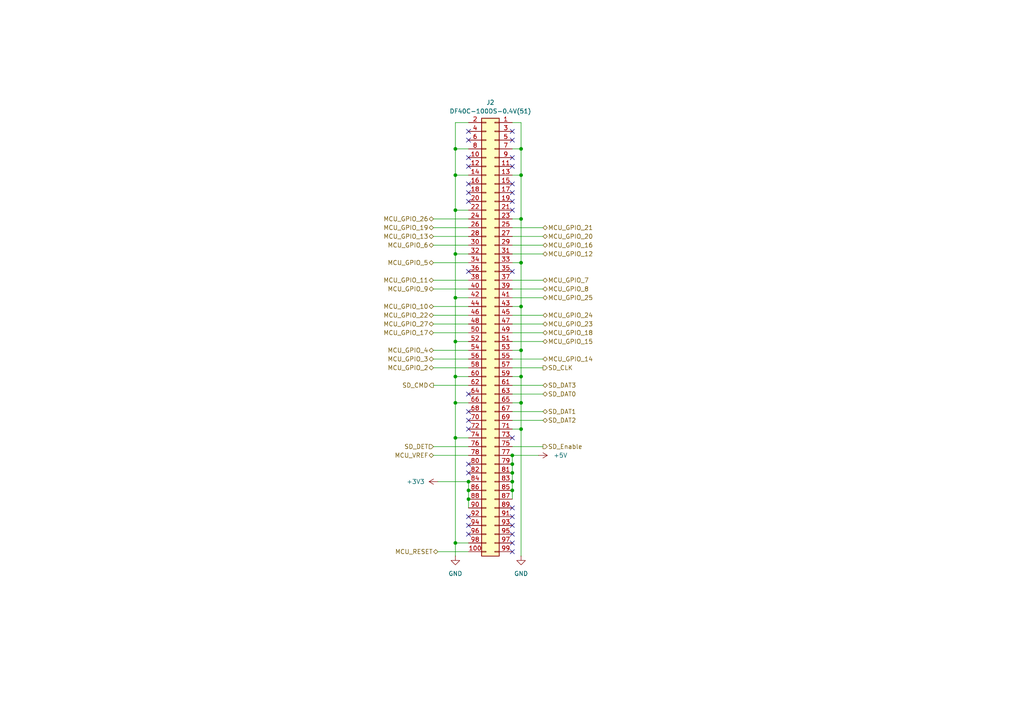
<source format=kicad_sch>
(kicad_sch (version 20231120) (generator "eeschema") (generator_version "8.0")
  (paper "A4")
  (lib_symbols
    (symbol "2x50_generic_connector:2x50_Odd-Even"
      (property "Reference" "J" (at -0.254 1.524 0))
      (symbol "2x50_Odd-Even_1_1"
        (rectangle (start -2.54 -128.143) (end -1.27 -128.397) (stroke (width 0.1524)))
        (rectangle (start -2.54 -125.603) (end -1.27 -125.857) (stroke (width 0.1524)))
        (rectangle (start -2.54 -123.063) (end -1.27 -123.317) (stroke (width 0.1524)))
        (rectangle (start -2.54 -120.523) (end -1.27 -120.777) (stroke (width 0.1524)))
        (rectangle (start -2.54 -117.983) (end -1.27 -118.237) (stroke (width 0.1524)))
        (rectangle (start -2.54 -115.443) (end -1.27 -115.697) (stroke (width 0.1524)))
        (rectangle (start -2.54 -112.903) (end -1.27 -113.157) (stroke (width 0.1524)))
        (rectangle (start -2.54 -110.363) (end -1.27 -110.617) (stroke (width 0.1524)))
        (rectangle (start -2.54 -107.823) (end -1.27 -108.077) (stroke (width 0.1524)))
        (rectangle (start -2.54 -105.283) (end -1.27 -105.537) (stroke (width 0.1524)))
        (rectangle (start -2.54 -102.743) (end -1.27 -102.997) (stroke (width 0.1524)))
        (rectangle (start -2.54 -100.203) (end -1.27 -100.457) (stroke (width 0.1524)))
        (rectangle (start -2.54 -97.663) (end -1.27 -97.917) (stroke (width 0.1524)))
        (rectangle (start -2.54 -95.123) (end -1.27 -95.377) (stroke (width 0.1524)))
        (rectangle (start -2.54 -92.583) (end -1.27 -92.837) (stroke (width 0.1524)))
        (rectangle (start -2.54 -90.043) (end -1.27 -90.297) (stroke (width 0.1524)))
        (rectangle (start -2.54 -87.503) (end -1.27 -87.757) (stroke (width 0.1524)))
        (rectangle (start -2.54 -84.963) (end -1.27 -85.217) (stroke (width 0.1524)))
        (rectangle (start -2.54 -82.423) (end -1.27 -82.677) (stroke (width 0.1524)))
        (rectangle (start -2.54 -79.883) (end -1.27 -80.137) (stroke (width 0.1524)))
        (rectangle (start -2.54 -77.343) (end -1.27 -77.597) (stroke (width 0.1524)))
        (rectangle (start -2.54 -74.803) (end -1.27 -75.057) (stroke (width 0.1524)))
        (rectangle (start -2.54 -72.263) (end -1.27 -72.517) (stroke (width 0.1524)))
        (rectangle (start -2.54 -69.723) (end -1.27 -69.977) (stroke (width 0.1524)))
        (rectangle (start -2.54 -67.183) (end -1.27 -67.437) (stroke (width 0.1524)))
        (rectangle (start -2.54 -64.643) (end -1.27 -64.897) (stroke (width 0.1524)))
        (rectangle (start -2.54 -62.103) (end -1.27 -62.357) (stroke (width 0.1524)))
        (rectangle (start -2.54 -59.563) (end -1.27 -59.817) (stroke (width 0.1524)))
        (rectangle (start -2.54 -57.023) (end -1.27 -57.277) (stroke (width 0.1524)))
        (rectangle (start -2.54 -54.483) (end -1.27 -54.737) (stroke (width 0.1524)))
        (rectangle (start -2.54 -51.943) (end -1.27 -52.197) (stroke (width 0.1524)))
        (rectangle (start -2.54 -49.403) (end -1.27 -49.657) (stroke (width 0.1524)))
        (rectangle (start -2.54 -46.863) (end -1.27 -47.117) (stroke (width 0.1524)))
        (rectangle (start -2.54 -44.323) (end -1.27 -44.577) (stroke (width 0.1524)))
        (rectangle (start -2.54 -41.783) (end -1.27 -42.037) (stroke (width 0.1524)))
        (rectangle (start -2.54 -39.243) (end -1.27 -39.497) (stroke (width 0.1524)))
        (rectangle (start -2.54 -36.703) (end -1.27 -36.957) (stroke (width 0.1524)))
        (rectangle (start -2.54 -34.163) (end -1.27 -34.417) (stroke (width 0.1524)))
        (rectangle (start -2.54 -31.623) (end -1.27 -31.877) (stroke (width 0.1524)))
        (rectangle (start -2.54 -29.083) (end -1.27 -29.337) (stroke (width 0.1524)))
        (rectangle (start -2.54 -26.543) (end -1.27 -26.797) (stroke (width 0.1524)))
        (rectangle (start -2.54 -24.003) (end -1.27 -24.257) (stroke (width 0.1524)))
        (rectangle (start -2.54 -21.463) (end -1.27 -21.717) (stroke (width 0.1524)))
        (rectangle (start -2.54 -18.923) (end -1.27 -19.177) (stroke (width 0.1524)))
        (rectangle (start -2.54 -16.383) (end -1.27 -16.637) (stroke (width 0.1524)))
        (rectangle (start -2.54 -13.843) (end -1.27 -14.097) (stroke (width 0.1524)))
        (rectangle (start -2.54 -11.303) (end -1.27 -11.557) (stroke (width 0.1524)))
        (rectangle (start -2.54 -8.763) (end -1.27 -9.017) (stroke (width 0.1524)))
        (rectangle (start -2.54 -6.223) (end -1.27 -6.477) (stroke (width 0.1524)))
        (rectangle (start -2.54 -3.683) (end -1.27 -3.937) (stroke (width 0.1524)))
        (rectangle (start -2.54 -2.54) (end 2.54 -129.54) (stroke (width 0.254)) (fill (type background)))
        (rectangle (start 2.54 -128.143) (end 1.27 -128.397) (stroke (width 0.1524)))
        (rectangle (start 2.54 -125.603) (end 1.27 -125.857) (stroke (width 0.1524)))
        (rectangle (start 2.54 -123.063) (end 1.27 -123.317) (stroke (width 0.1524)))
        (rectangle (start 2.54 -120.523) (end 1.27 -120.777) (stroke (width 0.1524)))
        (rectangle (start 2.54 -117.983) (end 1.27 -118.237) (stroke (width 0.1524)))
        (rectangle (start 2.54 -115.443) (end 1.27 -115.697) (stroke (width 0.1524)))
        (rectangle (start 2.54 -112.903) (end 1.27 -113.157) (stroke (width 0.1524)))
        (rectangle (start 2.54 -110.363) (end 1.27 -110.617) (stroke (width 0.1524)))
        (rectangle (start 2.54 -107.823) (end 1.27 -108.077) (stroke (width 0.1524)))
        (rectangle (start 2.54 -105.283) (end 1.27 -105.537) (stroke (width 0.1524)))
        (rectangle (start 2.54 -102.743) (end 1.27 -102.997) (stroke (width 0.1524)))
        (rectangle (start 2.54 -100.203) (end 1.27 -100.457) (stroke (width 0.1524)))
        (rectangle (start 2.54 -97.663) (end 1.27 -97.917) (stroke (width 0.1524)))
        (rectangle (start 2.54 -95.123) (end 1.27 -95.377) (stroke (width 0.1524)))
        (rectangle (start 2.54 -92.583) (end 1.27 -92.837) (stroke (width 0.1524)))
        (rectangle (start 2.54 -90.043) (end 1.27 -90.297) (stroke (width 0.1524)))
        (rectangle (start 2.54 -87.503) (end 1.27 -87.757) (stroke (width 0.1524)))
        (rectangle (start 2.54 -84.963) (end 1.27 -85.217) (stroke (width 0.1524)))
        (rectangle (start 2.54 -82.423) (end 1.27 -82.677) (stroke (width 0.1524)))
        (rectangle (start 2.54 -79.883) (end 1.27 -80.137) (stroke (width 0.1524)))
        (rectangle (start 2.54 -77.343) (end 1.27 -77.597) (stroke (width 0.1524)))
        (rectangle (start 2.54 -74.803) (end 1.27 -75.057) (stroke (width 0.1524)))
        (rectangle (start 2.54 -72.263) (end 1.27 -72.517) (stroke (width 0.1524)))
        (rectangle (start 2.54 -69.723) (end 1.27 -69.977) (stroke (width 0.1524)))
        (rectangle (start 2.54 -67.183) (end 1.27 -67.437) (stroke (width 0.1524)))
        (rectangle (start 2.54 -64.643) (end 1.27 -64.897) (stroke (width 0.1524)))
        (rectangle (start 2.54 -62.103) (end 1.27 -62.357) (stroke (width 0.1524)))
        (rectangle (start 2.54 -59.563) (end 1.27 -59.817) (stroke (width 0.1524)))
        (rectangle (start 2.54 -57.023) (end 1.27 -57.277) (stroke (width 0.1524)))
        (rectangle (start 2.54 -54.483) (end 1.27 -54.737) (stroke (width 0.1524)))
        (rectangle (start 2.54 -51.943) (end 1.27 -52.197) (stroke (width 0.1524)))
        (rectangle (start 2.54 -49.403) (end 1.27 -49.657) (stroke (width 0.1524)))
        (rectangle (start 2.54 -46.863) (end 1.27 -47.117) (stroke (width 0.1524)))
        (rectangle (start 2.54 -44.323) (end 1.27 -44.577) (stroke (width 0.1524)))
        (rectangle (start 2.54 -41.783) (end 1.27 -42.037) (stroke (width 0.1524)))
        (rectangle (start 2.54 -39.243) (end 1.27 -39.497) (stroke (width 0.1524)))
        (rectangle (start 2.54 -36.703) (end 1.27 -36.957) (stroke (width 0.1524)))
        (rectangle (start 2.54 -34.163) (end 1.27 -34.417) (stroke (width 0.1524)))
        (rectangle (start 2.54 -31.623) (end 1.27 -31.877) (stroke (width 0.1524)))
        (rectangle (start 2.54 -29.083) (end 1.27 -29.337) (stroke (width 0.1524)))
        (rectangle (start 2.54 -26.543) (end 1.27 -26.797) (stroke (width 0.1524)))
        (rectangle (start 2.54 -24.003) (end 1.27 -24.257) (stroke (width 0.1524)))
        (rectangle (start 2.54 -21.463) (end 1.27 -21.717) (stroke (width 0.1524)))
        (rectangle (start 2.54 -18.923) (end 1.27 -19.177) (stroke (width 0.1524)))
        (rectangle (start 2.54 -16.383) (end 1.27 -16.637) (stroke (width 0.1524)))
        (rectangle (start 2.54 -13.843) (end 1.27 -14.097) (stroke (width 0.1524)))
        (rectangle (start 2.54 -11.303) (end 1.27 -11.557) (stroke (width 0.1524)))
        (rectangle (start 2.54 -8.763) (end 1.27 -9.017) (stroke (width 0.1524)))
        (rectangle (start 2.54 -6.223) (end 1.27 -6.477) (stroke (width 0.1524)))
        (rectangle (start 2.54 -3.683) (end 1.27 -3.937) (stroke (width 0.1524)))
        (pin passive line (at 6.35 -3.81 180) (length 3.81) (name "") (number "1"))
        (pin passive line (at -6.35 -13.97 0) (length 3.81) (name "") (number "10"))
        (pin passive line (at -6.35 -128.27 0) (length 3.81) (name "") (number "100"))
        (pin passive line (at 6.35 -16.51 180) (length 3.81) (name "") (number "11"))
        (pin passive line (at -6.35 -16.51 0) (length 3.81) (name "") (number "12"))
        (pin passive line (at 6.35 -19.05 180) (length 3.81) (name "") (number "13"))
        (pin passive line (at -6.35 -19.05 0) (length 3.81) (name "") (number "14"))
        (pin passive line (at 6.35 -21.59 180) (length 3.81) (name "") (number "15"))
        (pin passive line (at -6.35 -21.59 0) (length 3.81) (name "") (number "16"))
        (pin passive line (at 6.35 -24.13 180) (length 3.81) (name "") (number "17"))
        (pin passive line (at -6.35 -24.13 0) (length 3.81) (name "") (number "18"))
        (pin passive line (at 6.35 -26.67 180) (length 3.81) (name "") (number "19"))
        (pin passive line (at -6.35 -3.81 0) (length 3.81) (name "") (number "2"))
        (pin passive line (at -6.35 -26.67 0) (length 3.81) (name "") (number "20"))
        (pin passive line (at 6.35 -29.21 180) (length 3.81) (name "") (number "21"))
        (pin passive line (at -6.35 -29.21 0) (length 3.81) (name "") (number "22"))
        (pin passive line (at 6.35 -31.75 180) (length 3.81) (name "") (number "23"))
        (pin passive line (at -6.35 -31.75 0) (length 3.81) (name "") (number "24"))
        (pin passive line (at 6.35 -34.29 180) (length 3.81) (name "") (number "25"))
        (pin passive line (at -6.35 -34.29 0) (length 3.81) (name "") (number "26"))
        (pin passive line (at 6.35 -36.83 180) (length 3.81) (name "") (number "27"))
        (pin passive line (at -6.35 -36.83 0) (length 3.81) (name "") (number "28"))
        (pin passive line (at 6.35 -39.37 180) (length 3.81) (name "") (number "29"))
        (pin passive line (at 6.35 -6.35 180) (length 3.81) (name "") (number "3"))
        (pin passive line (at -6.35 -39.37 0) (length 3.81) (name "") (number "30"))
        (pin passive line (at 6.35 -41.91 180) (length 3.81) (name "") (number "31"))
        (pin passive line (at -6.35 -41.91 0) (length 3.81) (name "") (number "32"))
        (pin passive line (at 6.35 -44.45 180) (length 3.81) (name "") (number "33"))
        (pin passive line (at -6.35 -44.45 0) (length 3.81) (name "") (number "34"))
        (pin passive line (at 6.35 -46.99 180) (length 3.81) (name "") (number "35"))
        (pin passive line (at -6.35 -46.99 0) (length 3.81) (name "") (number "36"))
        (pin passive line (at 6.35 -49.53 180) (length 3.81) (name "") (number "37"))
        (pin passive line (at -6.35 -49.53 0) (length 3.81) (name "") (number "38"))
        (pin passive line (at 6.35 -52.07 180) (length 3.81) (name "") (number "39"))
        (pin passive line (at -6.35 -6.35 0) (length 3.81) (name "") (number "4"))
        (pin passive line (at -6.35 -52.07 0) (length 3.81) (name "") (number "40"))
        (pin passive line (at 6.35 -54.61 180) (length 3.81) (name "") (number "41"))
        (pin passive line (at -6.35 -54.61 0) (length 3.81) (name "") (number "42"))
        (pin passive line (at 6.35 -57.15 180) (length 3.81) (name "") (number "43"))
        (pin passive line (at -6.35 -57.15 0) (length 3.81) (name "") (number "44"))
        (pin passive line (at 6.35 -59.69 180) (length 3.81) (name "") (number "45"))
        (pin passive line (at -6.35 -59.69 0) (length 3.81) (name "") (number "46"))
        (pin passive line (at 6.35 -62.23 180) (length 3.81) (name "") (number "47"))
        (pin passive line (at -6.35 -62.23 0) (length 3.81) (name "") (number "48"))
        (pin passive line (at 6.35 -64.77 180) (length 3.81) (name "") (number "49"))
        (pin passive line (at 6.35 -8.89 180) (length 3.81) (name "") (number "5"))
        (pin passive line (at -6.35 -64.77 0) (length 3.81) (name "") (number "50"))
        (pin passive line (at 6.35 -67.31 180) (length 3.81) (name "") (number "51"))
        (pin passive line (at -6.35 -67.31 0) (length 3.81) (name "") (number "52"))
        (pin passive line (at 6.35 -69.85 180) (length 3.81) (name "") (number "53"))
        (pin passive line (at -6.35 -69.85 0) (length 3.81) (name "") (number "54"))
        (pin passive line (at 6.35 -72.39 180) (length 3.81) (name "") (number "55"))
        (pin passive line (at -6.35 -72.39 0) (length 3.81) (name "") (number "56"))
        (pin passive line (at 6.35 -74.93 180) (length 3.81) (name "") (number "57"))
        (pin passive line (at -6.35 -74.93 0) (length 3.81) (name "") (number "58"))
        (pin passive line (at 6.35 -77.47 180) (length 3.81) (name "") (number "59"))
        (pin passive line (at -6.35 -8.89 0) (length 3.81) (name "") (number "6"))
        (pin passive line (at -6.35 -77.47 0) (length 3.81) (name "") (number "60"))
        (pin passive line (at 6.35 -80.01 180) (length 3.81) (name "") (number "61"))
        (pin passive line (at -6.35 -80.01 0) (length 3.81) (name "") (number "62"))
        (pin passive line (at 6.35 -82.55 180) (length 3.81) (name "") (number "63"))
        (pin passive line (at -6.35 -82.55 0) (length 3.81) (name "") (number "64"))
        (pin passive line (at 6.35 -85.09 180) (length 3.81) (name "") (number "65"))
        (pin passive line (at -6.35 -85.09 0) (length 3.81) (name "") (number "66"))
        (pin passive line (at 6.35 -87.63 180) (length 3.81) (name "") (number "67"))
        (pin passive line (at -6.35 -87.63 0) (length 3.81) (name "") (number "68"))
        (pin passive line (at 6.35 -90.17 180) (length 3.81) (name "") (number "69"))
        (pin passive line (at 6.35 -11.43 180) (length 3.81) (name "") (number "7"))
        (pin passive line (at -6.35 -90.17 0) (length 3.81) (name "") (number "70"))
        (pin passive line (at 6.35 -92.71 180) (length 3.81) (name "") (number "71"))
        (pin passive line (at -6.35 -92.71 0) (length 3.81) (name "") (number "72"))
        (pin passive line (at 6.35 -95.25 180) (length 3.81) (name "") (number "73"))
        (pin passive line (at -6.35 -95.25 0) (length 3.81) (name "") (number "74"))
        (pin passive line (at 6.35 -97.79 180) (length 3.81) (name "") (number "75"))
        (pin passive line (at -6.35 -97.79 0) (length 3.81) (name "") (number "76"))
        (pin passive line (at 6.35 -100.33 180) (length 3.81) (name "") (number "77"))
        (pin passive line (at -6.35 -100.33 0) (length 3.81) (name "") (number "78"))
        (pin passive line (at 6.35 -102.87 180) (length 3.81) (name "") (number "79"))
        (pin passive line (at -6.35 -11.43 0) (length 3.81) (name "") (number "8"))
        (pin passive line (at -6.35 -102.87 0) (length 3.81) (name "") (number "80"))
        (pin passive line (at 6.35 -105.41 180) (length 3.81) (name "") (number "81"))
        (pin passive line (at -6.35 -105.41 0) (length 3.81) (name "") (number "82"))
        (pin passive line (at 6.35 -107.95 180) (length 3.81) (name "") (number "83"))
        (pin passive line (at -6.35 -107.95 0) (length 3.81) (name "") (number "84"))
        (pin passive line (at 6.35 -110.49 180) (length 3.81) (name "") (number "85"))
        (pin passive line (at -6.35 -110.49 0) (length 3.81) (name "") (number "86"))
        (pin passive line (at 6.35 -113.03 180) (length 3.81) (name "") (number "87"))
        (pin passive line (at -6.35 -113.03 0) (length 3.81) (name "") (number "88"))
        (pin passive line (at 6.35 -115.57 180) (length 3.81) (name "") (number "89"))
        (pin passive line (at 6.35 -13.97 180) (length 3.81) (name "") (number "9"))
        (pin passive line (at -6.35 -115.57 0) (length 3.81) (name "") (number "90"))
        (pin passive line (at 6.35 -118.11 180) (length 3.81) (name "") (number "91"))
        (pin passive line (at -6.35 -118.11 0) (length 3.81) (name "") (number "92"))
        (pin passive line (at 6.35 -120.65 180) (length 3.81) (name "") (number "93"))
        (pin passive line (at -6.35 -120.65 0) (length 3.81) (name "") (number "94"))
        (pin passive line (at 6.35 -123.19 180) (length 3.81) (name "") (number "95"))
        (pin passive line (at -6.35 -123.19 0) (length 3.81) (name "") (number "96"))
        (pin passive line (at 6.35 -125.73 180) (length 3.81) (name "") (number "97"))
        (pin passive line (at -6.35 -125.73 0) (length 3.81) (name "") (number "98"))
        (pin passive line (at 6.35 -128.27 180) (length 3.81) (name "") (number "99"))
      )
    )
    (symbol "power:+3V3" (power) (pin_numbers hide) (pin_names (offset 0) hide)
      (property "Value" "+3V3" (at 0 3.556 0))
      (symbol "+3V3_0_1"
        (polyline (pts (xy -0.762 1.27) (xy 0 2.54)))
        (polyline (pts (xy 0 0) (xy 0 2.54)))
        (polyline (pts (xy 0 2.54) (xy 0.762 1.27)))
      )
      (symbol "+3V3_1_1"
        (pin power_in line (at 0 0 90) (length 0) (name "~") (number "1"))
      )
    )
    (symbol "power:+5V" (power) (pin_numbers hide) (pin_names (offset 0) hide)
      (property "Value" "+5V" (at 0 3.556 0))
      (symbol "+5V_0_1"
        (polyline (pts (xy -0.762 1.27) (xy 0 2.54)))
        (polyline (pts (xy 0 0) (xy 0 2.54)))
        (polyline (pts (xy 0 2.54) (xy 0.762 1.27)))
      )
      (symbol "+5V_1_1"
        (pin power_in line (at 0 0 90) (length 0) (name "~") (number "1"))
      )
    )
    (symbol "power:GND" (power) (pin_numbers hide) (pin_names (offset 0) hide)
      (property "Value" "GND" (at 0 -3.81 0))
      (symbol "GND_0_1"
        (polyline (pts (xy 0 0) (xy 0 -1.27) (xy 1.27 -1.27) (xy 0 -2.54) (xy -1.27 -1.27) (xy 0 -1.27)))
      )
      (symbol "GND_1_1"
        (pin power_in line (at 0 0 270) (length 0) (name "~") (number "1"))
      )
    )
  )
  (junction (at 132.08 109.22))
  (junction (at 132.08 43.18))
  (junction (at 151.13 43.18))
  (junction (at 132.08 127))
  (junction (at 135.89 144.78))
  (junction (at 151.13 63.5))
  (junction (at 148.59 137.16))
  (junction (at 135.89 139.7))
  (junction (at 151.13 101.6))
  (junction (at 151.13 88.9))
  (junction (at 132.08 116.84))
  (junction (at 132.08 60.96))
  (junction (at 148.59 139.7))
  (junction (at 151.13 124.46))
  (junction (at 148.59 132.08))
  (junction (at 151.13 116.84))
  (junction (at 151.13 76.2))
  (junction (at 151.13 50.8))
  (junction (at 148.59 142.24))
  (junction (at 132.08 99.06))
  (junction (at 132.08 86.36))
  (junction (at 132.08 73.66))
  (junction (at 151.13 109.22))
  (junction (at 148.59 134.62))
  (junction (at 132.08 50.8))
  (junction (at 135.89 142.24))
  (junction (at 132.08 157.48))
  (no_connect (at 135.89 137.16))
  (no_connect (at 148.59 147.32))
  (no_connect (at 148.59 38.1))
  (no_connect (at 148.59 157.48))
  (no_connect (at 148.59 60.96))
  (no_connect (at 135.89 149.86))
  (no_connect (at 135.89 78.74))
  (no_connect (at 135.89 58.42))
  (no_connect (at 135.89 152.4))
  (no_connect (at 135.89 124.46))
  (no_connect (at 135.89 154.94))
  (no_connect (at 135.89 114.3))
  (no_connect (at 148.59 55.88))
  (no_connect (at 135.89 40.64))
  (no_connect (at 135.89 48.26))
  (no_connect (at 135.89 134.62))
  (no_connect (at 135.89 45.72))
  (no_connect (at 148.59 48.26))
  (no_connect (at 135.89 121.92))
  (no_connect (at 148.59 127))
  (no_connect (at 135.89 53.34))
  (no_connect (at 148.59 78.74))
  (no_connect (at 148.59 149.86))
  (no_connect (at 135.89 38.1))
  (no_connect (at 148.59 154.94))
  (no_connect (at 135.89 119.38))
  (no_connect (at 148.59 152.4))
  (no_connect (at 148.59 160.02))
  (no_connect (at 148.59 58.42))
  (no_connect (at 135.89 55.88))
  (no_connect (at 148.59 53.34))
  (no_connect (at 148.59 45.72))
  (no_connect (at 148.59 40.64))
  (wire (pts (xy 135.89 139.7) (xy 135.89 142.24)))
  (wire (pts (xy 148.59 109.22) (xy 151.13 109.22)))
  (wire (pts (xy 151.13 109.22) (xy 151.13 116.84)))
  (wire (pts (xy 135.89 91.44) (xy 125.73 91.44)))
  (wire (pts (xy 135.89 35.56) (xy 132.08 35.56)))
  (wire (pts (xy 151.13 109.22) (xy 151.13 101.6)))
  (wire (pts (xy 125.73 83.82) (xy 135.89 83.82)))
  (wire (pts (xy 132.08 157.48) (xy 135.89 157.48)))
  (wire (pts (xy 148.59 106.68) (xy 157.48 106.68)))
  (wire (pts (xy 132.08 157.48) (xy 132.08 161.29)))
  (wire (pts (xy 132.08 50.8) (xy 135.89 50.8)))
  (wire (pts (xy 135.89 68.58) (xy 125.73 68.58)))
  (wire (pts (xy 148.59 137.16) (xy 148.59 139.7)))
  (wire (pts (xy 148.59 111.76) (xy 157.48 111.76)))
  (wire (pts (xy 148.59 99.06) (xy 157.48 99.06)))
  (wire (pts (xy 125.73 111.76) (xy 135.89 111.76)))
  (wire (pts (xy 151.13 50.8) (xy 151.13 43.18)))
  (wire (pts (xy 148.59 43.18) (xy 151.13 43.18)))
  (wire (pts (xy 148.59 86.36) (xy 157.48 86.36)))
  (wire (pts (xy 132.08 127) (xy 135.89 127)))
  (wire (pts (xy 125.73 129.54) (xy 135.89 129.54)))
  (wire (pts (xy 148.59 139.7) (xy 148.59 142.24)))
  (wire (pts (xy 148.59 68.58) (xy 157.48 68.58)))
  (wire (pts (xy 125.73 104.14) (xy 135.89 104.14)))
  (wire (pts (xy 151.13 43.18) (xy 151.13 35.56)))
  (wire (pts (xy 148.59 129.54) (xy 157.48 129.54)))
  (wire (pts (xy 151.13 35.56) (xy 148.59 35.56)))
  (wire (pts (xy 148.59 142.24) (xy 148.59 144.78)))
  (wire (pts (xy 148.59 134.62) (xy 148.59 137.16)))
  (wire (pts (xy 135.89 63.5) (xy 125.73 63.5)))
  (wire (pts (xy 148.59 50.8) (xy 151.13 50.8)))
  (wire (pts (xy 135.89 81.28) (xy 125.73 81.28)))
  (wire (pts (xy 132.08 109.22) (xy 132.08 116.84)))
  (wire (pts (xy 132.08 99.06) (xy 135.89 99.06)))
  (wire (pts (xy 148.59 83.82) (xy 157.48 83.82)))
  (wire (pts (xy 135.89 142.24) (xy 135.89 144.78)))
  (wire (pts (xy 135.89 96.52) (xy 125.73 96.52)))
  (wire (pts (xy 132.08 73.66) (xy 132.08 86.36)))
  (wire (pts (xy 132.08 60.96) (xy 132.08 73.66)))
  (wire (pts (xy 135.89 66.04) (xy 125.73 66.04)))
  (wire (pts (xy 148.59 114.3) (xy 157.48 114.3)))
  (wire (pts (xy 151.13 76.2) (xy 151.13 63.5)))
  (wire (pts (xy 135.89 116.84) (xy 132.08 116.84)))
  (wire (pts (xy 135.89 144.78) (xy 135.89 147.32)))
  (wire (pts (xy 151.13 63.5) (xy 151.13 50.8)))
  (wire (pts (xy 135.89 88.9) (xy 125.73 88.9)))
  (wire (pts (xy 148.59 66.04) (xy 157.48 66.04)))
  (wire (pts (xy 132.08 43.18) (xy 135.89 43.18)))
  (wire (pts (xy 148.59 91.44) (xy 157.48 91.44)))
  (wire (pts (xy 151.13 88.9) (xy 151.13 101.6)))
  (wire (pts (xy 132.08 50.8) (xy 132.08 60.96)))
  (wire (pts (xy 148.59 81.28) (xy 157.48 81.28)))
  (wire (pts (xy 125.73 71.12) (xy 135.89 71.12)))
  (wire (pts (xy 148.59 73.66) (xy 157.48 73.66)))
  (wire (pts (xy 127 139.7) (xy 135.89 139.7)))
  (wire (pts (xy 125.73 93.98) (xy 135.89 93.98)))
  (wire (pts (xy 151.13 124.46) (xy 151.13 161.29)))
  (wire (pts (xy 151.13 116.84) (xy 151.13 124.46)))
  (wire (pts (xy 148.59 121.92) (xy 157.48 121.92)))
  (wire (pts (xy 127 160.02) (xy 135.89 160.02)))
  (wire (pts (xy 132.08 86.36) (xy 132.08 99.06)))
  (wire (pts (xy 151.13 88.9) (xy 151.13 76.2)))
  (wire (pts (xy 148.59 93.98) (xy 157.48 93.98)))
  (wire (pts (xy 132.08 35.56) (xy 132.08 43.18)))
  (wire (pts (xy 132.08 43.18) (xy 132.08 50.8)))
  (wire (pts (xy 132.08 116.84) (xy 132.08 127)))
  (wire (pts (xy 132.08 73.66) (xy 135.89 73.66)))
  (wire (pts (xy 148.59 76.2) (xy 151.13 76.2)))
  (wire (pts (xy 148.59 71.12) (xy 157.48 71.12)))
  (wire (pts (xy 132.08 60.96) (xy 135.89 60.96)))
  (wire (pts (xy 148.59 116.84) (xy 151.13 116.84)))
  (wire (pts (xy 132.08 127) (xy 132.08 157.48)))
  (wire (pts (xy 148.59 88.9) (xy 151.13 88.9)))
  (wire (pts (xy 135.89 76.2) (xy 125.73 76.2)))
  (wire (pts (xy 132.08 99.06) (xy 132.08 109.22)))
  (wire (pts (xy 132.08 86.36) (xy 135.89 86.36)))
  (wire (pts (xy 125.73 132.08) (xy 135.89 132.08)))
  (wire (pts (xy 148.59 124.46) (xy 151.13 124.46)))
  (wire (pts (xy 151.13 101.6) (xy 148.59 101.6)))
  (wire (pts (xy 148.59 119.38) (xy 157.48 119.38)))
  (wire (pts (xy 148.59 132.08) (xy 148.59 134.62)))
  (wire (pts (xy 125.73 106.68) (xy 135.89 106.68)))
  (wire (pts (xy 148.59 132.08) (xy 156.21 132.08)))
  (wire (pts (xy 148.59 104.14) (xy 157.48 104.14)))
  (wire (pts (xy 148.59 96.52) (xy 157.48 96.52)))
  (wire (pts (xy 125.73 101.6) (xy 135.89 101.6)))
  (wire (pts (xy 148.59 63.5) (xy 151.13 63.5)))
  (wire (pts (xy 132.08 109.22) (xy 135.89 109.22)))
  (hierarchical_label "MCU_GPIO_4" (shape bidirectional) (at 125.73 101.6 180))
  (hierarchical_label "MCU_GPIO_22" (shape bidirectional) (at 125.73 91.44 180))
  (hierarchical_label "SD_DAT2" (shape bidirectional) (at 157.48 121.92 0))
  (hierarchical_label "MCU_GPIO_8" (shape bidirectional) (at 157.48 83.82 0))
  (hierarchical_label "MCU_GPIO_11" (shape bidirectional) (at 125.73 81.28 180))
  (hierarchical_label "MCU_GPIO_13" (shape bidirectional) (at 125.73 68.58 180))
  (hierarchical_label "MCU_GPIO_14" (shape bidirectional) (at 157.48 104.14 0))
  (hierarchical_label "MCU_GPIO_16" (shape bidirectional) (at 157.48 71.12 0))
  (hierarchical_label "MCU_GPIO_3" (shape bidirectional) (at 125.73 104.14 180))
  (hierarchical_label "MCU_GPIO_9" (shape bidirectional) (at 125.73 83.82 180))
  (hierarchical_label "MCU_GPIO_27" (shape bidirectional) (at 125.73 93.98 180))
  (hierarchical_label "SD_DET" (shape input) (at 125.73 129.54 180))
  (hierarchical_label "MCU_RESET" (shape bidirectional) (at 127 160.02 180))
  (hierarchical_label "MCU_GPIO_2" (shape bidirectional) (at 125.73 106.68 180))
  (hierarchical_label "MCU_GPIO_19" (shape bidirectional) (at 125.73 66.04 180))
  (hierarchical_label "SD_CMD" (shape output) (at 125.73 111.76 180))
  (hierarchical_label "MCU_GPIO_17" (shape bidirectional) (at 125.73 96.52 180))
  (hierarchical_label "MCU_GPIO_21" (shape bidirectional) (at 157.48 66.04 0))
  (hierarchical_label "MCU_GPIO_7" (shape bidirectional) (at 157.48 81.28 0))
  (hierarchical_label "SD_DAT3" (shape bidirectional) (at 157.48 111.76 0))
  (hierarchical_label "MCU_GPIO_20" (shape bidirectional) (at 157.48 68.58 0))
  (hierarchical_label "MCU_GPIO_23" (shape bidirectional) (at 157.48 93.98 0))
  (hierarchical_label "SD_DAT1" (shape bidirectional) (at 157.48 119.38 0))
  (hierarchical_label "MCU_GPIO_24" (shape bidirectional) (at 157.48 91.44 0))
  (hierarchical_label "MCU_GPIO_10" (shape bidirectional) (at 125.73 88.9 180))
  (hierarchical_label "SD_CLK" (shape output) (at 157.48 106.68 0))
  (hierarchical_label "MCU_GPIO_18" (shape bidirectional) (at 157.48 96.52 0))
  (hierarchical_label "MCU_GPIO_5" (shape bidirectional) (at 125.73 76.2 180))
  (hierarchical_label "SD_DAT0" (shape bidirectional) (at 157.48 114.3 0))
  (hierarchical_label "SD_Enable" (shape output) (at 157.48 129.54 0))
  (hierarchical_label "MCU_GPIO_12" (shape bidirectional) (at 157.48 73.66 0))
  (hierarchical_label "MCU_GPIO_25" (shape bidirectional) (at 157.48 86.36 0))
  (hierarchical_label "MCU_GPIO_26" (shape bidirectional) (at 125.73 63.5 180))
  (hierarchical_label "MCU_GPIO_6" (shape bidirectional) (at 125.73 71.12 180))
  (hierarchical_label "MCU_GPIO_15" (shape bidirectional) (at 157.48 99.06 0))
  (hierarchical_label "MCU_VREF" (shape bidirectional) (at 125.73 132.08 180))
  (symbol (lib_id "power:GND") (at 151.13 161.29 0) (unit 1)
    (property "Reference" "#PWR013" (effects (hide yes)))
    (property "Value" "GND" (at 151.13 166.37 0))
    (property "Description" "Power symbol creates a global label with name \"GND\" , ground" (effects (hide yes)))
  )
  (symbol (lib_id "2x50_generic_connector:2x50_Odd-Even") (at 142.24 31.75 0) (unit 1)
    (property "Reference" "J2" (at 142.24 29.718 0))
    (property "Value" "DF40C-100DS-0.4V(51)" (at 142.24 32.258 0))
    (property "Footprint" "DF40C:HIROSE_DF40C-100DS-0.4V_51_" (effects (hide yes)))
  )
  (symbol (lib_id "power:+3V3") (at 127 139.7 90) (unit 1)
    (property "Reference" "#PWR011" (effects (hide yes)))
    (property "Value" "+3V3" (at 123.19 139.6999 90) (effects (justify left)))
    (property "Description" "Power symbol creates a global label with name \"+3V3\"" (effects (hide yes)))
  )
  (symbol (lib_id "power:+5V") (at 156.21 132.08 270) (unit 1)
    (property "Reference" "#PWR014" (effects (hide yes)))
    (property "Value" "+5V" (at 162.56 132.08 90))
    (property "Description" "Power symbol creates a global label with name \"+5V\"" (effects (hide yes)))
  )
  (symbol (lib_id "power:GND") (at 132.08 161.29 0) (unit 1)
    (property "Reference" "#PWR012" (effects (hide yes)))
    (property "Value" "GND" (at 132.08 166.37 0))
    (property "Description" "Power symbol creates a global label with name \"GND\" , ground" (effects (hide yes)))
  )
)
</source>
